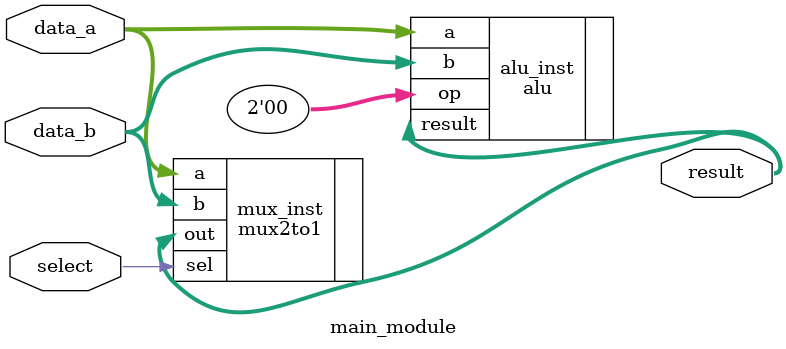
<source format=v>
/*
 * Module Instantiation Only
 * MyLogic EDA Tool - Module Hierarchy Support
 */

module main_module(
    input [3:0] data_a, data_b,
    input select,
    output [3:0] result
);
    
    // Instantiate mux2to1 (assume it's defined elsewhere)
    mux2to1 mux_inst (.a(data_a), .b(data_b), .sel(select), .out(result));
    
    // Another instantiation
    alu alu_inst (.a(data_a), .b(data_b), .op(2'b00), .result(result));
endmodule

</source>
